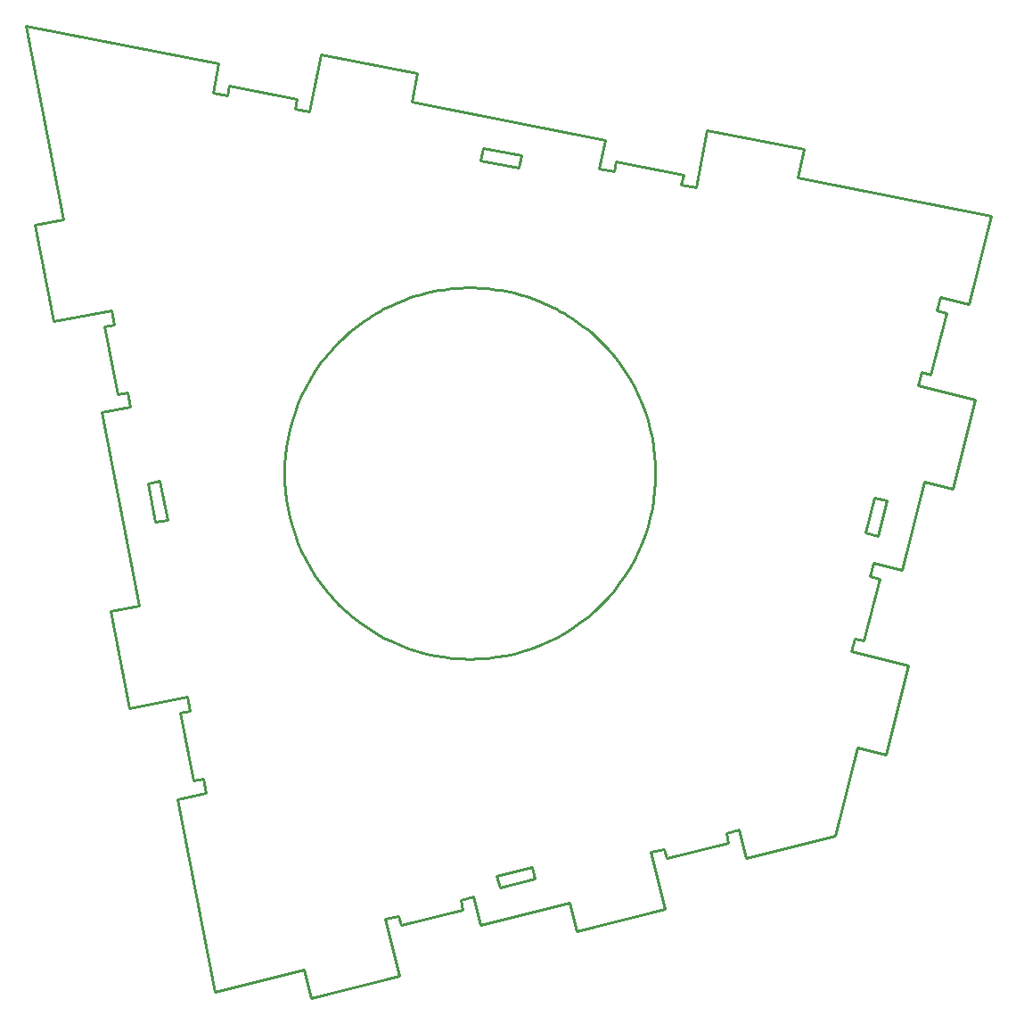
<source format=gbr>
G04 (created by PCBNEW (22-Jun-2014 BZR 4027)-stable) date Thu 17 Jul 2014 04:04:50 PM CEST*
%MOIN*%
G04 Gerber Fmt 3.4, Leading zero omitted, Abs format*
%FSLAX34Y34*%
G01*
G70*
G90*
G04 APERTURE LIST*
%ADD10C,0.00590551*%
%ADD11C,0.01*%
G04 APERTURE END LIST*
G54D10*
G54D11*
X31Y-31D02*
X1447Y-7253D01*
X1447Y-7253D02*
X374Y-7465D01*
X374Y-7465D02*
X1083Y-11076D01*
X1083Y-11076D02*
X3232Y-10652D01*
X3232Y-10652D02*
X3340Y-11194D01*
X3340Y-11194D02*
X2982Y-11267D01*
X2982Y-11267D02*
X3478Y-13794D01*
X3478Y-13794D02*
X3836Y-13722D01*
X3836Y-13722D02*
X3940Y-14263D01*
X3940Y-14263D02*
X2867Y-14475D01*
X2867Y-14475D02*
X4284Y-21697D01*
X4284Y-21697D02*
X3211Y-21909D01*
X3211Y-21909D02*
X3919Y-25520D01*
X3919Y-25520D02*
X6069Y-25100D01*
X6069Y-25100D02*
X6176Y-25642D01*
X6176Y-25642D02*
X5819Y-25711D01*
X5819Y-25711D02*
X6312Y-28239D01*
X6312Y-28239D02*
X6673Y-28169D01*
X6673Y-28169D02*
X6777Y-28711D01*
X6777Y-28711D02*
X5704Y-28919D01*
X5704Y-28919D02*
X7121Y-36142D01*
X7121Y-36142D02*
X10433Y-35308D01*
X10433Y-35308D02*
X10701Y-36371D01*
X10701Y-36371D02*
X14013Y-35538D01*
X14013Y-35538D02*
X13478Y-33413D01*
X13478Y-33413D02*
X13975Y-33288D01*
X13975Y-33288D02*
X14065Y-33642D01*
X14065Y-33642D02*
X16381Y-33058D01*
X16381Y-33058D02*
X16294Y-32704D01*
X16294Y-32704D02*
X16791Y-32579D01*
X16791Y-32579D02*
X17058Y-33642D01*
X17058Y-33642D02*
X20371Y-32808D01*
X20371Y-32808D02*
X20638Y-33871D01*
X20638Y-33871D02*
X23947Y-33034D01*
X23947Y-33034D02*
X23413Y-30909D01*
X23413Y-30909D02*
X23909Y-30784D01*
X23909Y-30784D02*
X23999Y-31138D01*
X23999Y-31138D02*
X26319Y-30555D01*
X26319Y-30555D02*
X26228Y-30201D01*
X26228Y-30201D02*
X26725Y-30076D01*
X26725Y-30076D02*
X26992Y-31138D01*
X26992Y-31138D02*
X30305Y-30305D01*
X30305Y-30305D02*
X31138Y-26992D01*
X31138Y-26992D02*
X32201Y-27260D01*
X32201Y-27260D02*
X33034Y-23947D01*
X33034Y-23947D02*
X30909Y-23413D01*
X30909Y-23413D02*
X31038Y-22916D01*
X31038Y-22916D02*
X31392Y-23006D01*
X31392Y-23006D02*
X31975Y-20687D01*
X31975Y-20687D02*
X31621Y-20600D01*
X31621Y-20600D02*
X31746Y-20100D01*
X31746Y-20100D02*
X32808Y-20371D01*
X32808Y-20371D02*
X33642Y-17058D01*
X33642Y-17058D02*
X34704Y-17326D01*
X34704Y-17326D02*
X35538Y-14013D01*
X35538Y-14013D02*
X33413Y-13478D01*
X33413Y-13478D02*
X33538Y-12982D01*
X33538Y-12982D02*
X33892Y-13069D01*
X33892Y-13069D02*
X34475Y-10753D01*
X34475Y-10753D02*
X34121Y-10663D01*
X34121Y-10663D02*
X34246Y-10166D01*
X34246Y-10166D02*
X35308Y-10433D01*
X35308Y-10433D02*
X36142Y-7121D01*
X36142Y-7121D02*
X28919Y-5704D01*
X28919Y-5704D02*
X29131Y-4628D01*
X29131Y-4628D02*
X25520Y-3919D01*
X25520Y-3919D02*
X25100Y-6069D01*
X25100Y-6069D02*
X24558Y-5961D01*
X24558Y-5961D02*
X24628Y-5603D01*
X24628Y-5603D02*
X22100Y-5107D01*
X22100Y-5107D02*
X22027Y-5468D01*
X22027Y-5468D02*
X21485Y-5360D01*
X21485Y-5360D02*
X21697Y-4284D01*
X21697Y-4284D02*
X14475Y-2867D01*
X14475Y-2867D02*
X14687Y-1791D01*
X14687Y-1791D02*
X11076Y-1083D01*
X11076Y-1083D02*
X10652Y-3232D01*
X10652Y-3232D02*
X10110Y-3128D01*
X10110Y-3128D02*
X10183Y-2767D01*
X10183Y-2767D02*
X7656Y-2270D01*
X7656Y-2270D02*
X7583Y-2631D01*
X7583Y-2631D02*
X7041Y-2524D01*
X7041Y-2524D02*
X7253Y-1447D01*
X7253Y-1447D02*
X31Y-31D01*
X31Y-31D02*
X31Y-31D01*
X17135Y-4593D02*
X18583Y-4874D01*
X18583Y-4874D02*
X18492Y-5340D01*
X18492Y-5340D02*
X17044Y-5058D01*
X17044Y-5058D02*
X17135Y-4593D01*
X17135Y-4593D02*
X17135Y-4593D01*
X16649Y-9812D02*
X16815Y-9814D01*
X16815Y-9814D02*
X16981Y-9820D01*
X16981Y-9820D02*
X17148Y-9830D01*
X17148Y-9830D02*
X17314Y-9844D01*
X17314Y-9844D02*
X17479Y-9861D01*
X17479Y-9861D02*
X17645Y-9883D01*
X17645Y-9883D02*
X17809Y-9909D01*
X17809Y-9909D02*
X17974Y-9939D01*
X17974Y-9939D02*
X18137Y-9972D01*
X18137Y-9972D02*
X18300Y-10010D01*
X18300Y-10010D02*
X18463Y-10052D01*
X18463Y-10052D02*
X18624Y-10097D01*
X18624Y-10097D02*
X18784Y-10147D01*
X18784Y-10147D02*
X18944Y-10200D01*
X18944Y-10200D02*
X19102Y-10258D01*
X19102Y-10258D02*
X19259Y-10319D01*
X19259Y-10319D02*
X19415Y-10385D01*
X19415Y-10385D02*
X19570Y-10454D01*
X19570Y-10454D02*
X19723Y-10528D01*
X19723Y-10528D02*
X19875Y-10605D01*
X19875Y-10605D02*
X20025Y-10686D01*
X20025Y-10686D02*
X20174Y-10772D01*
X20174Y-10772D02*
X20321Y-10861D01*
X20321Y-10861D02*
X20466Y-10954D01*
X20466Y-10954D02*
X20610Y-11051D01*
X20610Y-11051D02*
X20751Y-11152D01*
X20751Y-11152D02*
X20891Y-11258D01*
X20891Y-11258D02*
X21028Y-11367D01*
X21028Y-11367D02*
X21163Y-11480D01*
X21163Y-11480D02*
X21296Y-11597D01*
X21296Y-11597D02*
X21427Y-11718D01*
X21427Y-11718D02*
X21555Y-11843D01*
X21555Y-11843D02*
X21801Y-12102D01*
X21801Y-12102D02*
X22031Y-12370D01*
X22031Y-12370D02*
X22246Y-12647D01*
X22246Y-12647D02*
X22444Y-12931D01*
X22444Y-12931D02*
X22627Y-13224D01*
X22627Y-13224D02*
X22793Y-13522D01*
X22793Y-13522D02*
X22944Y-13827D01*
X22944Y-13827D02*
X23079Y-14138D01*
X23079Y-14138D02*
X23198Y-14453D01*
X23198Y-14453D02*
X23302Y-14773D01*
X23302Y-14773D02*
X23389Y-15097D01*
X23389Y-15097D02*
X23460Y-15423D01*
X23460Y-15423D02*
X23516Y-15752D01*
X23516Y-15752D02*
X23556Y-16083D01*
X23556Y-16083D02*
X23579Y-16415D01*
X23579Y-16415D02*
X23587Y-16748D01*
X23587Y-16748D02*
X23579Y-17080D01*
X23579Y-17080D02*
X23556Y-17412D01*
X23556Y-17412D02*
X23516Y-17743D01*
X23516Y-17743D02*
X23460Y-18072D01*
X23460Y-18072D02*
X23389Y-18399D01*
X23389Y-18399D02*
X23302Y-18722D01*
X23302Y-18722D02*
X23198Y-19042D01*
X23198Y-19042D02*
X23079Y-19357D01*
X23079Y-19357D02*
X22944Y-19668D01*
X22944Y-19668D02*
X22793Y-19973D01*
X22793Y-19973D02*
X22627Y-20272D01*
X22627Y-20272D02*
X22444Y-20564D01*
X22444Y-20564D02*
X22246Y-20848D01*
X22246Y-20848D02*
X22031Y-21125D01*
X22031Y-21125D02*
X21801Y-21393D01*
X21801Y-21393D02*
X21555Y-21652D01*
X21555Y-21652D02*
X21296Y-21898D01*
X21296Y-21898D02*
X21028Y-22128D01*
X21028Y-22128D02*
X20751Y-22343D01*
X20751Y-22343D02*
X20466Y-22541D01*
X20466Y-22541D02*
X20174Y-22724D01*
X20174Y-22724D02*
X19876Y-22891D01*
X19876Y-22891D02*
X19571Y-23042D01*
X19571Y-23042D02*
X19260Y-23176D01*
X19260Y-23176D02*
X18945Y-23296D01*
X18945Y-23296D02*
X18625Y-23399D01*
X18625Y-23399D02*
X18301Y-23486D01*
X18301Y-23486D02*
X17975Y-23558D01*
X17975Y-23558D02*
X17646Y-23613D01*
X17646Y-23613D02*
X17315Y-23653D01*
X17315Y-23653D02*
X16983Y-23677D01*
X16983Y-23677D02*
X16650Y-23685D01*
X16650Y-23685D02*
X16318Y-23677D01*
X16318Y-23677D02*
X15986Y-23653D01*
X15986Y-23653D02*
X15655Y-23613D01*
X15655Y-23613D02*
X15326Y-23558D01*
X15326Y-23558D02*
X14999Y-23486D01*
X14999Y-23486D02*
X14676Y-23399D01*
X14676Y-23399D02*
X14356Y-23296D01*
X14356Y-23296D02*
X14041Y-23176D01*
X14041Y-23176D02*
X13730Y-23042D01*
X13730Y-23042D02*
X13425Y-22891D01*
X13425Y-22891D02*
X13126Y-22724D01*
X13126Y-22724D02*
X12834Y-22541D01*
X12834Y-22541D02*
X12550Y-22343D01*
X12550Y-22343D02*
X12273Y-22128D01*
X12273Y-22128D02*
X12005Y-21898D01*
X12005Y-21898D02*
X11746Y-21652D01*
X11746Y-21652D02*
X11500Y-21393D01*
X11500Y-21393D02*
X11269Y-21125D01*
X11269Y-21125D02*
X11055Y-20848D01*
X11055Y-20848D02*
X10857Y-20564D01*
X10857Y-20564D02*
X10674Y-20272D01*
X10674Y-20272D02*
X10507Y-19973D01*
X10507Y-19973D02*
X10356Y-19668D01*
X10356Y-19668D02*
X10221Y-19357D01*
X10221Y-19357D02*
X10102Y-19042D01*
X10102Y-19042D02*
X9999Y-18722D01*
X9999Y-18722D02*
X9912Y-18399D01*
X9912Y-18399D02*
X9840Y-18072D01*
X9840Y-18072D02*
X9785Y-17743D01*
X9785Y-17743D02*
X9745Y-17412D01*
X9745Y-17412D02*
X9721Y-17080D01*
X9721Y-17080D02*
X9713Y-16748D01*
X9713Y-16748D02*
X9721Y-16415D01*
X9721Y-16415D02*
X9745Y-16083D01*
X9745Y-16083D02*
X9785Y-15752D01*
X9785Y-15752D02*
X9840Y-15423D01*
X9840Y-15423D02*
X9912Y-15097D01*
X9912Y-15097D02*
X9999Y-14773D01*
X9999Y-14773D02*
X10102Y-14453D01*
X10102Y-14453D02*
X10221Y-14138D01*
X10221Y-14138D02*
X10356Y-13827D01*
X10356Y-13827D02*
X10507Y-13522D01*
X10507Y-13522D02*
X10674Y-13224D01*
X10674Y-13224D02*
X10857Y-12931D01*
X10857Y-12931D02*
X11055Y-12647D01*
X11055Y-12647D02*
X11269Y-12370D01*
X11269Y-12370D02*
X11500Y-12102D01*
X11500Y-12102D02*
X11746Y-11843D01*
X11746Y-11843D02*
X11874Y-11718D01*
X11874Y-11718D02*
X12005Y-11597D01*
X12005Y-11597D02*
X12138Y-11480D01*
X12138Y-11480D02*
X12273Y-11367D01*
X12273Y-11367D02*
X12410Y-11258D01*
X12410Y-11258D02*
X12549Y-11152D01*
X12549Y-11152D02*
X12691Y-11051D01*
X12691Y-11051D02*
X12834Y-10954D01*
X12834Y-10954D02*
X12979Y-10861D01*
X12979Y-10861D02*
X13126Y-10772D01*
X13126Y-10772D02*
X13274Y-10686D01*
X13274Y-10686D02*
X13424Y-10605D01*
X13424Y-10605D02*
X13576Y-10528D01*
X13576Y-10528D02*
X13729Y-10454D01*
X13729Y-10454D02*
X13884Y-10385D01*
X13884Y-10385D02*
X14040Y-10319D01*
X14040Y-10319D02*
X14197Y-10258D01*
X14197Y-10258D02*
X14355Y-10200D01*
X14355Y-10200D02*
X14514Y-10147D01*
X14514Y-10147D02*
X14674Y-10097D01*
X14674Y-10097D02*
X14836Y-10052D01*
X14836Y-10052D02*
X14998Y-10010D01*
X14998Y-10010D02*
X15161Y-9972D01*
X15161Y-9972D02*
X15324Y-9939D01*
X15324Y-9939D02*
X15488Y-9909D01*
X15488Y-9909D02*
X15653Y-9883D01*
X15653Y-9883D02*
X15818Y-9861D01*
X15818Y-9861D02*
X15984Y-9844D01*
X15984Y-9844D02*
X16150Y-9830D01*
X16150Y-9830D02*
X16316Y-9820D01*
X16316Y-9820D02*
X16482Y-9814D01*
X16482Y-9814D02*
X16649Y-9812D01*
X16649Y-9812D02*
X16649Y-9812D01*
X5055Y-17044D02*
X5340Y-18489D01*
X5340Y-18489D02*
X4878Y-18579D01*
X4878Y-18579D02*
X4593Y-17138D01*
X4593Y-17138D02*
X5055Y-17044D01*
X5055Y-17044D02*
X5055Y-17044D01*
X31788Y-17649D02*
X32246Y-17763D01*
X32246Y-17763D02*
X31913Y-19090D01*
X31913Y-19090D02*
X31454Y-18972D01*
X31454Y-18972D02*
X31788Y-17649D01*
X31788Y-17649D02*
X31788Y-17649D01*
X18972Y-31454D02*
X19086Y-31913D01*
X19086Y-31913D02*
X17763Y-32246D01*
X17763Y-32246D02*
X17645Y-31788D01*
X17645Y-31788D02*
X18972Y-31454D01*
X18972Y-31454D02*
X18972Y-31454D01*
M02*

</source>
